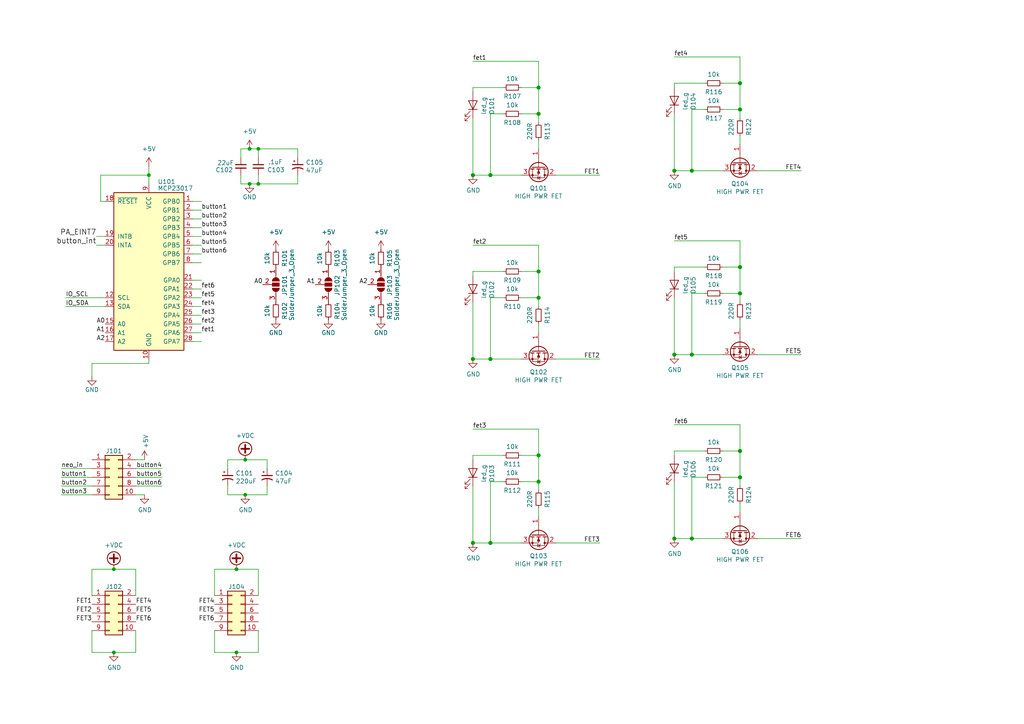
<source format=kicad_sch>
(kicad_sch (version 20231120) (generator "eeschema") (generator_version "8.0")
  (paper "A4")
  (lib_symbols
    (symbol "Connector:RJ45_Shielded" (pin_names (offset 1.016))
      (property "Reference" "J" (at -5.08 13.97 0))
      (property "Value" "RJ45_Shielded" (at 2.54 13.97 0))
      (symbol "RJ45_Shielded_0_1"
        (polyline (pts (xy -5.08 4.445) (xy -6.35 4.445)))
        (polyline (pts (xy -5.08 5.715) (xy -6.35 5.715)))
        (polyline (pts (xy -6.35 -3.175) (xy -5.08 -3.175) (xy -5.08 -3.175)))
        (polyline (pts (xy -6.35 -1.905) (xy -5.08 -1.905) (xy -5.08 -1.905)))
        (polyline (pts (xy -6.35 -0.635) (xy -5.08 -0.635) (xy -5.08 -0.635)))
        (polyline (pts (xy -6.35 0.635) (xy -5.08 0.635) (xy -5.08 0.635)))
        (polyline (pts (xy -6.35 1.905) (xy -5.08 1.905) (xy -5.08 1.905)))
        (polyline (pts (xy -5.08 3.175) (xy -6.35 3.175) (xy -6.35 3.175)))
        (polyline (pts (xy -6.35 -4.445) (xy -6.35 6.985) (xy 3.81 6.985) (xy 3.81 4.445) (xy 5.08 4.445) (xy 5.08 3.175) (xy 6.35 3.175) (xy 6.35 -0.635) (xy 5.08 -0.635) (xy 5.08 -1.905) (xy 3.81 -1.905) (xy 3.81 -4.445) (xy -6.35 -4.445) (xy -6.35 -4.445)))
        (rectangle (start 7.62 12.7) (end -7.62 -10.16) (stroke (width 0.254)) (fill (type background)))
      )
      (symbol "RJ45_Shielded_1_1"
        (pin passive line (at 10.16 -7.62 180) (length 2.54) (name "~") (number "1"))
        (pin passive line (at 10.16 -5.08 180) (length 2.54) (name "~") (number "2"))
        (pin passive line (at 10.16 -2.54 180) (length 2.54) (name "~") (number "3"))
        (pin passive line (at 10.16 0 180) (length 2.54) (name "~") (number "4"))
        (pin passive line (at 10.16 2.54 180) (length 2.54) (name "~") (number "5"))
        (pin passive line (at 10.16 5.08 180) (length 2.54) (name "~") (number "6"))
        (pin passive line (at 10.16 7.62 180) (length 2.54) (name "~") (number "7"))
        (pin passive line (at 10.16 10.16 180) (length 2.54) (name "~") (number "8"))
        (pin passive line (at 0 -12.7 90) (length 2.54) (name "~") (number "SH"))
      )
    )
    (symbol "Device:CP1_Small" (pin_numbers hide) (pin_names (offset 0.254) hide)
      (property "Reference" "C" (at 0.254 1.778 0))
      (property "Value" "CP1_Small" (at 0.254 -2.032 0))
      (symbol "CP1_Small_0_1"
        (polyline (pts (xy -1.524 0.508) (xy 1.524 0.508)) (stroke (width 0.3048)))
        (polyline (pts (xy -1.27 1.524) (xy -0.762 1.524)))
        (polyline (pts (xy -1.016 1.27) (xy -1.016 1.778)))
        (arc (start 1.524 -0.762) (mid 0 -0.3734) (end -1.524 -0.762) (stroke (width 0.3048)))
      )
      (symbol "CP1_Small_1_1"
        (pin passive line (at 0 2.54 270) (length 2.032) (name "~") (number "1"))
        (pin passive line (at 0 -2.54 90) (length 2.032) (name "~") (number "2"))
      )
    )
    (symbol "Device:C_Small" (pin_numbers hide) (pin_names (offset 0.254) hide)
      (property "Reference" "C" (at 0.254 1.778 0))
      (property "Value" "C_Small" (at 0.254 -2.032 0))
      (symbol "C_Small_0_1"
        (polyline (pts (xy -1.524 -0.508) (xy 1.524 -0.508)) (stroke (width 0.3302)))
        (polyline (pts (xy -1.524 0.508) (xy 1.524 0.508)) (stroke (width 0.3048)))
      )
      (symbol "C_Small_1_1"
        (pin passive line (at 0 2.54 270) (length 2.032) (name "~") (number "1"))
        (pin passive line (at 0 -2.54 90) (length 2.032) (name "~") (number "2"))
      )
    )
    (symbol "Device:LED" (pin_numbers hide) (pin_names (offset 1.016) hide)
      (property "Reference" "D" (at 0 2.54 0))
      (property "Value" "LED" (at 0 -2.54 0))
      (symbol "LED_0_1"
        (polyline (pts (xy -1.27 -1.27) (xy -1.27 1.27)) (stroke (width 0.2032)))
        (polyline (pts (xy -1.27 0) (xy 1.27 0)))
        (polyline (pts (xy 1.27 -1.27) (xy 1.27 1.27) (xy -1.27 0) (xy 1.27 -1.27)) (stroke (width 0.2032)))
        (polyline (pts (xy -3.048 -0.762) (xy -4.572 -2.286) (xy -3.81 -2.286) (xy -4.572 -2.286) (xy -4.572 -1.524)))
        (polyline (pts (xy -1.778 -0.762) (xy -3.302 -2.286) (xy -2.54 -2.286) (xy -3.302 -2.286) (xy -3.302 -1.524)))
      )
      (symbol "LED_1_1"
        (pin passive line (at -3.81 0 0) (length 2.54) (name "K") (number "1"))
        (pin passive line (at 3.81 0 180) (length 2.54) (name "A") (number "2"))
      )
    )
    (symbol "Device:Q_NMOS_GDS" (pin_names (offset 0) hide)
      (property "Reference" "Q" (at 5.08 1.27 0))
      (property "Value" "Q_NMOS_GDS" (at 5.08 -1.27 0))
      (symbol "Q_NMOS_GDS_0_1"
        (polyline (pts (xy 0.254 0) (xy -2.54 0)))
        (polyline (pts (xy 0.254 1.905) (xy 0.254 -1.905)) (stroke (width 0.254)))
        (polyline (pts (xy 0.762 -1.27) (xy 0.762 -2.286)) (stroke (width 0.254)))
        (polyline (pts (xy 0.762 0.508) (xy 0.762 -0.508)) (stroke (width 0.254)))
        (polyline (pts (xy 0.762 2.286) (xy 0.762 1.27)) (stroke (width 0.254)))
        (polyline (pts (xy 2.54 2.54) (xy 2.54 1.778)))
        (polyline (pts (xy 2.54 -2.54) (xy 2.54 0) (xy 0.762 0)))
        (polyline (pts (xy 0.762 -1.778) (xy 3.302 -1.778) (xy 3.302 1.778) (xy 0.762 1.778)))
        (polyline (pts (xy 1.016 0) (xy 2.032 0.381) (xy 2.032 -0.381) (xy 1.016 0)) (fill (type outline)))
        (polyline (pts (xy 2.794 0.508) (xy 2.921 0.381) (xy 3.683 0.381) (xy 3.81 0.254)))
        (polyline (pts (xy 3.302 0.381) (xy 2.921 -0.254) (xy 3.683 -0.254) (xy 3.302 0.381)))
        (circle (center 1.651 0) (radius 2.794) (stroke (width 0.254)))
        (circle (center 2.54 -1.778) (radius 0.254) (fill (type outline)))
        (circle (center 2.54 1.778) (radius 0.254) (fill (type outline)))
      )
      (symbol "Q_NMOS_GDS_1_1"
        (pin input line (at -5.08 0 0) (length 2.54) (name "G") (number "1"))
        (pin passive line (at 2.54 5.08 270) (length 2.54) (name "D") (number "2"))
        (pin passive line (at 2.54 -5.08 90) (length 2.54) (name "S") (number "3"))
      )
    )
    (symbol "Device:R_Small" (pin_numbers hide) (pin_names (offset 0.254) hide)
      (property "Reference" "R" (at 0.762 0.508 0))
      (property "Value" "R_Small" (at 0.762 -1.016 0))
      (symbol "R_Small_0_1"
        (rectangle (start -0.762 1.778) (end 0.762 -1.778) (stroke (width 0.2032)))
      )
      (symbol "R_Small_1_1"
        (pin passive line (at 0 2.54 270) (length 0.762) (name "~") (number "1"))
        (pin passive line (at 0 -2.54 90) (length 0.762) (name "~") (number "2"))
      )
    )
    (symbol "Jumper:SolderJumper_3_Open" (pin_names (offset 0) hide)
      (property "Reference" "JP" (at -2.54 -2.54 0))
      (property "Value" "SolderJumper_3_Open" (at 0 2.794 0))
      (symbol "SolderJumper_3_Open_0_1"
        (arc (start -1.016 1.016) (mid -2.0275 0) (end -1.016 -1.016))
        (arc (start -1.016 1.016) (mid -2.0275 0) (end -1.016 -1.016) (fill (type outline)))
        (rectangle (start -0.508 1.016) (end 0.508 -1.016) (fill (type outline)))
        (polyline (pts (xy -2.54 0) (xy -2.032 0)))
        (polyline (pts (xy -1.016 1.016) (xy -1.016 -1.016)))
        (polyline (pts (xy 0 -1.27) (xy 0 -1.016)))
        (polyline (pts (xy 1.016 1.016) (xy 1.016 -1.016)))
        (polyline (pts (xy 2.54 0) (xy 2.032 0)))
        (arc (start 1.016 -1.016) (mid 2.0275 0) (end 1.016 1.016))
        (arc (start 1.016 -1.016) (mid 2.0275 0) (end 1.016 1.016) (fill (type outline)))
      )
      (symbol "SolderJumper_3_Open_1_1"
        (pin passive line (at -5.08 0 0) (length 2.54) (name "A") (number "1"))
        (pin input line (at 0 -3.81 90) (length 2.54) (name "C") (number "2"))
        (pin passive line (at 5.08 0 180) (length 2.54) (name "B") (number "3"))
      )
    )
    (symbol "power:+5V" (power) (pin_names (offset 0))
      (property "Value" "+5V" (at 0 3.556 0))
      (symbol "+5V_0_1"
        (polyline (pts (xy -0.762 1.27) (xy 0 2.54)))
        (polyline (pts (xy 0 0) (xy 0 2.54)))
        (polyline (pts (xy 0 2.54) (xy 0.762 1.27)))
      )
      (symbol "+5V_1_1"
        (pin power_in line (at 0 0 90) (length 0) hide (name "+5V") (number "1"))
      )
    )
    (symbol "power:+VDC" (power) (pin_names (offset 0))
      (property "Value" "+VDC" (at 0 6.35 0))
      (symbol "+VDC_0_1"
        (polyline (pts (xy -1.143 3.175) (xy 1.143 3.175)) (stroke (width 0.508)))
        (polyline (pts (xy 0 0) (xy 0 1.27)))
        (polyline (pts (xy 0 2.032) (xy 0 4.318)) (stroke (width 0.508)))
        (circle (center 0 3.175) (radius 1.905) (stroke (width 0.254)))
      )
      (symbol "+VDC_1_1"
        (pin power_in line (at 0 0 90) (length 0) hide (name "+VDC") (number "1"))
      )
    )
    (symbol "power:GND" (power) (pin_names (offset 0))
      (property "Value" "GND" (at 0 -3.81 0))
      (symbol "GND_0_1"
        (polyline (pts (xy 0 0) (xy 0 -1.27) (xy 1.27 -1.27) (xy 0 -2.54) (xy -1.27 -1.27) (xy 0 -1.27)))
      )
      (symbol "GND_1_1"
        (pin power_in line (at 0 0 270) (length 0) hide (name "GND") (number "1"))
      )
    )
    (symbol "rte:MCP23017" (pin_names (offset 1.016))
      (property "Reference" "U" (at -2.54 26.035 0))
      (property "Value" "MCP23017" (at -2.54 24.13 0))
      (symbol "MCP23017_0_1"
        (rectangle (start -10.16 22.86) (end 10.16 -22.86) (stroke (width 0.254)) (fill (type background)))
      )
      (symbol "MCP23017_1_1"
        (pin bidirectional line (at -12.7 20.32 0) (length 2.54) (name "GPB0") (number "1"))
        (pin power_in line (at 0 -25.4 90) (length 2.54) (name "GND") (number "10"))
        (pin input line (at 12.7 -7.62 180) (length 2.54) (name "SCL") (number "12"))
        (pin bidirectional line (at 12.7 -10.16 180) (length 2.54) (name "SDA") (number "13"))
        (pin input line (at 12.7 -15.24 180) (length 2.54) (name "A0") (number "15"))
        (pin input line (at 12.7 -17.78 180) (length 2.54) (name "A1") (number "16"))
        (pin input line (at 12.7 -20.32 180) (length 2.54) (name "A2") (number "17"))
        (pin input line (at 12.7 20.32 180) (length 2.54) (name "~{RESET}") (number "18"))
        (pin output line (at 12.7 10.16 180) (length 2.54) (name "INTB") (number "19"))
        (pin bidirectional line (at -12.7 17.78 0) (length 2.54) (name "GPB1") (number "2"))
        (pin output line (at 12.7 7.62 180) (length 2.54) (name "INTA") (number "20"))
        (pin bidirectional line (at -12.7 -2.54 0) (length 2.54) (name "GPA0") (number "21"))
        (pin bidirectional line (at -12.7 -5.08 0) (length 2.54) (name "GPA1") (number "22"))
        (pin bidirectional line (at -12.7 -7.62 0) (length 2.54) (name "GPA2") (number "23"))
        (pin bidirectional line (at -12.7 -10.16 0) (length 2.54) (name "GPA3") (number "24"))
        (pin bidirectional line (at -12.7 -12.7 0) (length 2.54) (name "GPA4") (number "25"))
        (pin bidirectional line (at -12.7 -15.24 0) (length 2.54) (name "GPA5") (number "26"))
        (pin bidirectional line (at -12.7 -17.78 0) (length 2.54) (name "GPA6") (number "27"))
        (pin bidirectional line (at -12.7 -20.32 0) (length 2.54) (name "GPA7") (number "28"))
        (pin bidirectional line (at -12.7 15.24 0) (length 2.54) (name "GPB2") (number "3"))
        (pin bidirectional line (at -12.7 12.7 0) (length 2.54) (name "GPB3") (number "4"))
        (pin bidirectional line (at -12.7 10.16 0) (length 2.54) (name "GPB4") (number "5"))
        (pin bidirectional line (at -12.7 7.62 0) (length 2.54) (name "GPB5") (number "6"))
        (pin bidirectional line (at -12.7 5.08 0) (length 2.54) (name "GPB6") (number "7"))
        (pin bidirectional line (at -12.7 2.54 0) (length 2.54) (name "GPB7") (number "8"))
        (pin power_in line (at 0 25.4 270) (length 2.54) (name "VCC") (number "9"))
      )
    )
    (symbol "unRamps-rescue:Conn_02x05_Odd_Even-conn" (pin_names (offset 1.016) hide)
      (property "Reference" "J" (at 1.27 7.62 0))
      (property "Value" "Conn_02x05_Odd_Even-conn" (at 1.27 -7.62 0))
      (symbol "Conn_02x05_Odd_Even-conn_1_1"
        (rectangle (start -1.27 -4.953) (end 0 -5.207) (stroke (width 0.1524)))
        (rectangle (start -1.27 -2.413) (end 0 -2.667) (stroke (width 0.1524)))
        (rectangle (start -1.27 0.127) (end 0 -0.127) (stroke (width 0.1524)))
        (rectangle (start -1.27 2.667) (end 0 2.413) (stroke (width 0.1524)))
        (rectangle (start -1.27 5.207) (end 0 4.953) (stroke (width 0.1524)))
        (rectangle (start -1.27 6.35) (end 3.81 -6.35) (stroke (width 0.254)) (fill (type background)))
        (rectangle (start 3.81 -4.953) (end 2.54 -5.207) (stroke (width 0.1524)))
        (rectangle (start 3.81 -2.413) (end 2.54 -2.667) (stroke (width 0.1524)))
        (rectangle (start 3.81 0.127) (end 2.54 -0.127) (stroke (width 0.1524)))
        (rectangle (start 3.81 2.667) (end 2.54 2.413) (stroke (width 0.1524)))
        (rectangle (start 3.81 5.207) (end 2.54 4.953) (stroke (width 0.1524)))
        (pin passive line (at -5.08 5.08 0) (length 3.81) (name "Pin_1") (number "1"))
        (pin passive line (at 7.62 -5.08 180) (length 3.81) (name "Pin_10") (number "10"))
        (pin passive line (at 7.62 5.08 180) (length 3.81) (name "Pin_2") (number "2"))
        (pin passive line (at -5.08 2.54 0) (length 3.81) (name "Pin_3") (number "3"))
        (pin passive line (at 7.62 2.54 180) (length 3.81) (name "Pin_4") (number "4"))
        (pin passive line (at -5.08 0 0) (length 3.81) (name "Pin_5") (number "5"))
        (pin passive line (at 7.62 0 180) (length 3.81) (name "Pin_6") (number "6"))
        (pin passive line (at -5.08 -2.54 0) (length 3.81) (name "Pin_7") (number "7"))
        (pin passive line (at 7.62 -2.54 180) (length 3.81) (name "Pin_8") (number "8"))
        (pin passive line (at -5.08 -5.08 0) (length 3.81) (name "Pin_9") (number "9"))
      )
    )
  )
  (junction (at 214.63 130.81) (diameter 1.016))
  (junction (at 214.63 85.09) (diameter 1.016))
  (junction (at 137.16 50.8) (diameter 1.016))
  (junction (at 200.66 102.87) (diameter 1.016))
  (junction (at 214.63 77.47) (diameter 1.016))
  (junction (at 156.21 25.4) (diameter 1.016))
  (junction (at 68.58 165.1))
  (junction (at 214.63 24.13) (diameter 1.016))
  (junction (at 68.58 189.23))
  (junction (at 74.93 43.18))
  (junction (at 137.16 104.14) (diameter 1.016))
  (junction (at 200.66 49.53) (diameter 1.016))
  (junction (at 156.21 132.08) (diameter 1.016))
  (junction (at 74.93 53.34))
  (junction (at 156.21 78.74) (diameter 1.016))
  (junction (at 137.16 157.48) (diameter 1.016))
  (junction (at 200.66 156.21) (diameter 1.016))
  (junction (at 156.21 86.36) (diameter 1.016))
  (junction (at 33.02 165.1))
  (junction (at 214.63 31.75) (diameter 1.016))
  (junction (at 72.39 53.34))
  (junction (at 142.24 104.14) (diameter 1.016))
  (junction (at 214.63 138.43) (diameter 1.016))
  (junction (at 195.58 102.87) (diameter 1.016))
  (junction (at 156.21 139.7) (diameter 1.016))
  (junction (at 72.39 43.18))
  (junction (at 156.21 33.02) (diameter 1.016))
  (junction (at 142.24 157.48) (diameter 1.016))
  (junction (at 71.12 133.35))
  (junction (at 195.58 156.21) (diameter 1.016))
  (junction (at 43.18 50.8))
  (junction (at 142.24 50.8) (diameter 1.016))
  (junction (at 33.02 189.23))
  (junction (at 195.58 49.53) (diameter 1.016))
  (junction (at 71.12 143.51))
  (junction (at 76.2 -8.89))
  (wire (pts (xy 214.63 77.47) (xy 214.63 69.85)))
  (wire (pts (xy 69.85 45.72) (xy 69.85 43.18)))
  (wire (pts (xy 76.2 -24.13) (xy 76.2 -8.89)))
  (wire (pts (xy 71.12 133.35) (xy 77.47 133.35)))
  (wire (pts (xy 69.85 53.34) (xy 72.39 53.34)))
  (wire (pts (xy 195.58 102.87) (xy 200.66 102.87)))
  (wire (pts (xy 204.47 31.75) (xy 200.66 31.75)))
  (wire (pts (xy 69.85 50.8) (xy 69.85 53.34)))
  (wire (pts (xy 62.23 165.1) (xy 62.23 172.72)))
  (wire (pts (xy 53.34 -26.67) (xy 53.34 -29.21)))
  (wire (pts (xy 49.53 -8.89) (xy 76.2 -8.89)))
  (wire (pts (xy 151.13 86.36) (xy 156.21 86.36)))
  (wire (pts (xy 137.16 140.97) (xy 137.16 157.48)))
  (wire (pts (xy 209.55 138.43) (xy 214.63 138.43)))
  (wire (pts (xy 55.88 60.96) (xy 58.42 60.96)))
  (wire (pts (xy 200.66 85.09) (xy 200.66 102.87)))
  (wire (pts (xy 72.39 53.34) (xy 74.93 53.34)))
  (wire (pts (xy 74.93 50.8) (xy 74.93 53.34)))
  (wire (pts (xy 69.85 43.18) (xy 72.39 43.18)))
  (wire (pts (xy 39.37 -36.83) (xy 39.37 -31.75)))
  (wire (pts (xy 33.02 189.23) (xy 39.37 189.23)))
  (wire (pts (xy 209.55 31.75) (xy 214.63 31.75)))
  (wire (pts (xy 151.13 33.02) (xy 156.21 33.02)))
  (wire (pts (xy 195.58 139.7) (xy 195.58 156.21)))
  (wire (pts (xy 74.93 165.1) (xy 74.93 172.72)))
  (wire (pts (xy 39.37 140.97) (xy 46.99 140.97)))
  (wire (pts (xy 17.78 143.51) (xy 26.67 143.51)))
  (wire (pts (xy 137.16 87.63) (xy 137.16 104.14)))
  (wire (pts (xy 214.63 148.59) (xy 214.63 146.05)))
  (wire (pts (xy 55.88 66.04) (xy 58.42 66.04)))
  (wire (pts (xy 156.21 25.4) (xy 156.21 17.78)))
  (wire (pts (xy 156.21 78.74) (xy 156.21 86.36)))
  (wire (pts (xy 29.21 50.8) (xy 43.18 50.8)))
  (wire (pts (xy 204.47 138.43) (xy 200.66 138.43)))
  (wire (pts (xy 200.66 102.87) (xy 209.55 102.87)))
  (wire (pts (xy 58.42 99.06) (xy 55.88 99.06)))
  (wire (pts (xy 156.21 142.24) (xy 156.21 139.7)))
  (wire (pts (xy 214.63 24.13) (xy 214.63 16.51)))
  (wire (pts (xy 204.47 77.47) (xy 195.58 77.47)))
  (wire (pts (xy 17.78 138.43) (xy 26.67 138.43)))
  (wire (pts (xy 66.04 135.89) (xy 66.04 133.35)))
  (wire (pts (xy 142.24 50.8) (xy 151.13 50.8)))
  (wire (pts (xy 55.88 86.36) (xy 58.42 86.36)))
  (wire (pts (xy 49.53 -16.51) (xy 62.23 -16.51)))
  (wire (pts (xy 66.04 143.51) (xy 71.12 143.51)))
  (wire (pts (xy 142.24 104.14) (xy 151.13 104.14)))
  (wire (pts (xy 161.29 50.8) (xy 173.99 50.8)))
  (wire (pts (xy 151.13 78.74) (xy 156.21 78.74)))
  (wire (pts (xy 195.58 24.13) (xy 195.58 25.4)))
  (wire (pts (xy 146.05 25.4) (xy 137.16 25.4)))
  (wire (pts (xy 39.37 189.23) (xy 39.37 182.88)))
  (wire (pts (xy 142.24 139.7) (xy 142.24 157.48)))
  (wire (pts (xy 62.23 182.88) (xy 62.23 189.23)))
  (wire (pts (xy 137.16 104.14) (xy 142.24 104.14)))
  (wire (pts (xy 26.67 165.1) (xy 26.67 172.72)))
  (wire (pts (xy 204.47 24.13) (xy 195.58 24.13)))
  (wire (pts (xy 214.63 123.19) (xy 195.58 123.19)))
  (wire (pts (xy 156.21 124.46) (xy 137.16 124.46)))
  (wire (pts (xy 214.63 69.85) (xy 195.58 69.85)))
  (wire (pts (xy 29.21 58.42) (xy 29.21 50.8)))
  (wire (pts (xy 55.88 96.52) (xy 58.42 96.52)))
  (wire (pts (xy 200.66 49.53) (xy 209.55 49.53)))
  (wire (pts (xy 39.37 133.35) (xy 41.91 133.35)))
  (wire (pts (xy 19.05 86.36) (xy 30.48 86.36)))
  (wire (pts (xy 68.58 165.1) (xy 62.23 165.1)))
  (wire (pts (xy 39.37 165.1) (xy 39.37 172.72)))
  (wire (pts (xy 29.21 58.42) (xy 30.48 58.42)))
  (wire (pts (xy 156.21 149.86) (xy 156.21 147.32)))
  (wire (pts (xy 17.78 140.97) (xy 26.67 140.97)))
  (wire (pts (xy 27.94 71.12) (xy 30.48 71.12)))
  (wire (pts (xy 200.66 156.21) (xy 209.55 156.21)))
  (wire (pts (xy 156.21 96.52) (xy 156.21 93.98)))
  (wire (pts (xy 76.2 -8.89) (xy 81.28 -8.89)))
  (wire (pts (xy 156.21 88.9) (xy 156.21 86.36)))
  (wire (pts (xy 214.63 16.51) (xy 195.58 16.51)))
  (wire (pts (xy 209.55 77.47) (xy 214.63 77.47)))
  (wire (pts (xy 71.12 143.51) (xy 77.47 143.51)))
  (wire (pts (xy 49.53 -21.59) (xy 62.23 -21.59)))
  (wire (pts (xy 55.88 63.5) (xy 58.42 63.5)))
  (wire (pts (xy 156.21 78.74) (xy 156.21 71.12)))
  (wire (pts (xy 195.58 77.47) (xy 195.58 78.74)))
  (wire (pts (xy 26.67 189.23) (xy 33.02 189.23)))
  (wire (pts (xy 26.67 105.41) (xy 43.18 105.41)))
  (wire (pts (xy 195.58 86.36) (xy 195.58 102.87)))
  (wire (pts (xy 156.21 71.12) (xy 137.16 71.12)))
  (wire (pts (xy 146.05 33.02) (xy 142.24 33.02)))
  (wire (pts (xy 161.29 104.14) (xy 173.99 104.14)))
  (wire (pts (xy 19.05 88.9) (xy 30.48 88.9)))
  (wire (pts (xy 74.93 43.18) (xy 74.93 45.72)))
  (wire (pts (xy 68.58 165.1) (xy 74.93 165.1)))
  (wire (pts (xy 49.53 -26.67) (xy 53.34 -26.67)))
  (wire (pts (xy 146.05 132.08) (xy 137.16 132.08)))
  (wire (pts (xy 86.36 43.18) (xy 86.36 45.72)))
  (wire (pts (xy 58.42 83.82) (xy 55.88 83.82)))
  (wire (pts (xy 214.63 130.81) (xy 214.63 123.19)))
  (wire (pts (xy 66.04 133.35) (xy 71.12 133.35)))
  (wire (pts (xy 156.21 43.18) (xy 156.21 40.64)))
  (wire (pts (xy 209.55 85.09) (xy 214.63 85.09)))
  (wire (pts (xy 39.37 143.51) (xy 41.91 143.51)))
  (wire (pts (xy 77.47 133.35) (xy 77.47 135.89)))
  (wire (pts (xy 137.16 50.8) (xy 142.24 50.8)))
  (wire (pts (xy 17.78 135.89) (xy 26.67 135.89)))
  (wire (pts (xy 146.05 86.36) (xy 142.24 86.36)))
  (wire (pts (xy 214.63 95.25) (xy 214.63 92.71)))
  (wire (pts (xy 77.47 140.97) (xy 77.47 143.51)))
  (wire (pts (xy 151.13 132.08) (xy 156.21 132.08)))
  (wire (pts (xy 214.63 34.29) (xy 214.63 31.75)))
  (wire (pts (xy 33.02 165.1) (xy 39.37 165.1)))
  (wire (pts (xy 62.23 189.23) (xy 68.58 189.23)))
  (wire (pts (xy 214.63 87.63) (xy 214.63 85.09)))
  (wire (pts (xy 195.58 130.81) (xy 195.58 132.08)))
  (wire (pts (xy 137.16 157.48) (xy 142.24 157.48)))
  (wire (pts (xy 55.88 71.12) (xy 58.42 71.12)))
  (wire (pts (xy 39.37 135.89) (xy 46.99 135.89)))
  (wire (pts (xy 142.24 86.36) (xy 142.24 104.14)))
  (wire (pts (xy 214.63 77.47) (xy 214.63 85.09)))
  (wire (pts (xy 43.18 105.41) (xy 43.18 104.14)))
  (wire (pts (xy 49.53 -19.05) (xy 62.23 -19.05)))
  (wire (pts (xy 68.58 189.23) (xy 74.93 189.23)))
  (wire (pts (xy 209.55 24.13) (xy 214.63 24.13)))
  (wire (pts (xy 55.88 58.42) (xy 58.42 58.42)))
  (wire (pts (xy 55.88 81.28) (xy 58.42 81.28)))
  (wire (pts (xy 43.18 50.8) (xy 43.18 53.34)))
  (wire (pts (xy 66.04 140.97) (xy 66.04 143.51)))
  (wire (pts (xy 214.63 24.13) (xy 214.63 31.75)))
  (wire (pts (xy 137.16 132.08) (xy 137.16 133.35)))
  (wire (pts (xy 58.42 93.98) (xy 55.88 93.98)))
  (wire (pts (xy 204.47 130.81) (xy 195.58 130.81)))
  (wire (pts (xy 195.58 49.53) (xy 200.66 49.53)))
  (wire (pts (xy 72.39 43.18) (xy 74.93 43.18)))
  (wire (pts (xy 146.05 78.74) (xy 137.16 78.74)))
  (wire (pts (xy 156.21 25.4) (xy 156.21 33.02)))
  (wire (pts (xy 49.53 -24.13) (xy 76.2 -24.13)))
  (wire (pts (xy 86.36 53.34) (xy 86.36 50.8)))
  (wire (pts (xy 156.21 132.08) (xy 156.21 139.7)))
  (wire (pts (xy 137.16 78.74) (xy 137.16 80.01)))
  (wire (pts (xy 55.88 73.66) (xy 58.42 73.66)))
  (wire (pts (xy 55.88 76.2) (xy 58.42 76.2)))
  (wire (pts (xy 58.42 88.9) (xy 55.88 88.9)))
  (wire (pts (xy 26.67 105.41) (xy 26.67 109.22)))
  (wire (pts (xy 142.24 157.48) (xy 151.13 157.48)))
  (wire (pts (xy 49.53 -13.97) (xy 62.23 -13.97)))
  (wire (pts (xy 151.13 139.7) (xy 156.21 139.7)))
  (wire (pts (xy 214.63 130.81) (xy 214.63 138.43)))
  (wire (pts (xy 146.05 139.7) (xy 142.24 139.7)))
  (wire (pts (xy 209.55 130.81) (xy 214.63 130.81)))
  (wire (pts (xy 81.28 -8.89) (xy 81.28 -6.35)))
  (wire (pts (xy 137.16 34.29) (xy 137.16 50.8)))
  (wire (pts (xy 204.47 85.09) (xy 200.66 85.09)))
  (wire (pts (xy 156.21 17.78) (xy 137.16 17.78)))
  (wire (pts (xy 74.93 53.34) (xy 86.36 53.34)))
  (wire (pts (xy 156.21 132.08) (xy 156.21 124.46)))
  (wire (pts (xy 219.71 49.53) (xy 232.41 49.53)))
  (wire (pts (xy 200.66 138.43) (xy 200.66 156.21)))
  (wire (pts (xy 156.21 35.56) (xy 156.21 33.02)))
  (wire (pts (xy 39.37 138.43) (xy 46.99 138.43)))
  (wire (pts (xy 43.18 48.26) (xy 43.18 50.8)))
  (wire (pts (xy 74.93 189.23) (xy 74.93 182.88)))
  (wire (pts (xy 219.71 102.87) (xy 232.41 102.87)))
  (wire (pts (xy 55.88 68.58) (xy 58.42 68.58)))
  (wire (pts (xy 55.88 91.44) (xy 58.42 91.44)))
  (wire (pts (xy 214.63 41.91) (xy 214.63 39.37)))
  (wire (pts (xy 137.16 25.4) (xy 137.16 26.67)))
  (wire (pts (xy 29.21 -36.83) (xy 39.37 -36.83)))
  (wire (pts (xy 161.29 157.48) (xy 173.99 157.48)))
  (wire (pts (xy 142.24 33.02) (xy 142.24 50.8)))
  (wire (pts (xy 26.67 182.88) (xy 26.67 189.23)))
  (wire (pts (xy 195.58 33.02) (xy 195.58 49.53)))
  (wire (pts (xy 74.93 43.18) (xy 86.36 43.18)))
  (wire (pts (xy 27.94 68.58) (xy 30.48 68.58)))
  (wire (pts (xy 200.66 31.75) (xy 200.66 49.53)))
  (wire (pts (xy 33.02 165.1) (xy 26.67 165.1)))
  (wire (pts (xy 151.13 25.4) (xy 156.21 25.4)))
  (wire (pts (xy 214.63 140.97) (xy 214.63 138.43)))
  (wire (pts (xy 219.71 156.21) (xy 232.41 156.21)))
  (wire (pts (xy 49.53 -11.43) (xy 68.58 -11.43)))
  (wire (pts (xy 195.58 156.21) (xy 200.66 156.21)))
  (label "button4" (at 58.42 68.58 0))
  (label "IO_SCL" (at 19.05 86.36 0))
  (label "button_int" (at 27.94 71.12 180) (effects (font (size 1.524 1.524))))
  (label "A2" (at 106.68 82.55 180))
  (label "FET3" (at 173.99 157.48 180))
  (label "button2" (at 17.78 140.97 0))
  (label "fet6" (at 58.42 83.82 0))
  (label "button3" (at 58.42 66.04 0))
  (label "FET6" (at 62.23 180.34 180))
  (label "FET3" (at 26.67 180.34 180))
  (label "IO_SDA" (at 62.23 -16.51 180))
  (label "fet1" (at 137.16 17.78 0))
  (label "IO_SCL" (at 62.23 -13.97 180))
  (label "fet1" (at 58.42 96.52 0))
  (label "fet3" (at 58.42 91.44 0))
  (label "button1" (at 58.42 60.96 0))
  (label "FET1" (at 173.99 50.8 180))
  (label "A0" (at 76.2 82.55 180))
  (label "button6" (at 46.99 140.97 180))
  (label "FET4" (at 62.23 175.26 180))
  (label "button1" (at 17.78 138.43 0))
  (label "fet2" (at 137.16 71.12 0))
  (label "FET4" (at 39.37 175.26 0))
  (label "fet4" (at 58.42 88.9 0))
  (label "button4" (at 46.99 135.89 180))
  (label "fet2" (at 58.42 93.98 0))
  (label "IO_SDA" (at 19.05 88.9 0))
  (label "fet5" (at 58.42 86.36 0))
  (label "button6" (at 58.42 73.66 0))
  (label "A2" (at 30.48 99.06 180))
  (label "fet3" (at 137.16 124.46 0))
  (label "fet6" (at 195.58 123.19 0))
  (label "neo_in" (at 62.23 -19.05 180))
  (label "fet4" (at 195.58 16.51 0))
  (label "FET5" (at 62.23 177.8 180))
  (label "PA_EINT7" (at 27.94 68.58 180) (effects (font (size 1.524 1.524))))
  (label "button5" (at 58.42 71.12 0))
  (label "A0" (at 30.48 93.98 180))
  (label "button5" (at 46.99 138.43 180))
  (label "A1" (at 30.48 96.52 180))
  (label "fet5" (at 195.58 69.85 0))
  (label "FET4" (at 232.41 49.53 180))
  (label "A1" (at 91.44 82.55 180))
  (label "button2" (at 58.42 63.5 0))
  (label "button_int" (at 62.23 -21.59 180) (effects (font (size 1.524 1.524))))
  (label "FET2" (at 26.67 177.8 180))
  (label "FET1" (at 26.67 175.26 180))
  (label "neo_in" (at 17.78 135.89 0))
  (label "FET2" (at 173.99 104.14 180))
  (label "FET6" (at 232.41 156.21 180))
  (label "FET5" (at 39.37 177.8 0))
  (label "FET6" (at 39.37 180.34 0))
  (label "FET5" (at 232.41 102.87 180))
  (label "button3" (at 17.78 143.51 0))
  (symbol (lib_id "power:GND") (at 195.58 156.21 0) (unit 1)
    (property "Reference" "#PWR0128" (effects (hide yes)))
    (property "Value" "GND" (at 195.707 160.6042 0))
  )
  (symbol (lib_id "Device:LED") (at 137.16 83.82 270) (mirror x) (unit 1)
    (property "Reference" "D102" (at 142.6464 83.9978 0))
    (property "Value" "led_g" (at 140.335 83.9978 0))
    (property "Footprint" "LED_SMD:LED_0603_1608Metric" (effects (hide yes)))
  )
  (symbol (lib_id "power:GND") (at 29.21 -36.83 0) (unit 1)
    (property "Reference" "#PWR0102" (effects (hide yes)))
    (property "Value" "GND" (at 29.337 -32.4358 0))
  )
  (symbol (lib_id "Jumper:SolderJumper_3_Open") (at 110.49 82.55 270) (unit 1)
    (property "Reference" "JP103" (at 113.03 79.756 0) (effects (justify left)))
    (property "Value" "SolderJumper_3_Open" (at 115.062 72.136 0) (effects (justify left)))
    (property "Footprint" "Jumper:SolderJumper-3_P1.3mm_Open_RoundedPad1.0x1.5mm" (effects (hide yes)))
    (property "Description" "Solder Jumper, 3-pole, open" (effects (hide yes)))
  )
  (symbol (lib_id "Device:LED") (at 195.58 29.21 270) (mirror x) (unit 1)
    (property "Reference" "D104" (at 201.0664 29.3878 0))
    (property "Value" "led_g" (at 198.755 29.3878 0))
    (property "Footprint" "LED_SMD:LED_0603_1608Metric" (effects (hide yes)))
  )
  (symbol (lib_id "power:GND") (at 80.01 92.71 0) (unit 1)
    (property "Reference" "#PWR0117" (effects (hide yes)))
    (property "Value" "GND" (at 80.01 96.52 0))
  )
  (symbol (lib_id "Device:R_Small") (at 148.59 139.7 90) (unit 1)
    (property "Reference" "R112" (at 148.59 142.24 90))
    (property "Value" "10k" (at 148.59 137.16 90))
    (property "Footprint" "Resistor_SMD:R_0603_1608Metric" (effects (hide yes)))
  )
  (symbol (lib_id "power:+5V") (at 41.91 133.35 0) (unit 1)
    (property "Reference" "#PWR0105" (effects (hide yes)))
    (property "Value" "+5V" (at 42.291 130.0988 90) (effects (justify left)))
  )
  (symbol (lib_id "Device:LED") (at 137.16 137.16 270) (mirror x) (unit 1)
    (property "Reference" "D103" (at 142.6464 137.3378 0))
    (property "Value" "led_g" (at 140.335 137.3378 0))
    (property "Footprint" "LED_SMD:LED_0603_1608Metric" (effects (hide yes)))
  )
  (symbol (lib_id "power:GND") (at 195.58 102.87 0) (unit 1)
    (property "Reference" "#PWR0127" (effects (hide yes)))
    (property "Value" "GND" (at 195.707 107.2642 0))
  )
  (symbol (lib_id "Device:R_Small") (at 214.63 36.83 180) (unit 1)
    (property "Reference" "R122" (at 217.17 36.83 90))
    (property "Value" "220R" (at 212.09 36.83 90))
    (property "Footprint" "Resistor_SMD:R_0603_1608Metric" (effects (hide yes)))
  )
  (symbol (lib_id "Device:R_Small") (at 95.25 74.93 180) (unit 1)
    (property "Reference" "R103" (at 97.79 74.93 90))
    (property "Value" "10k" (at 92.71 74.93 90))
    (property "Footprint" "Resistor_SMD:R_0603_1608Metric" (effects (hide yes)))
  )
  (symbol (lib_id "Device:CP1_Small") (at 86.36 48.26 0) (unit 1)
    (property "Reference" "C105" (at 88.6714 47.0916 0) (effects (justify left)))
    (property "Value" "47uF" (at 88.6714 49.403 0) (effects (justify left)))
    (property "Footprint" "Capacitor_SMD:CP_Elec_6.3x7.7" (effects (hide yes)))
  )
  (symbol (lib_id "Device:Q_NMOS_GDS") (at 214.63 153.67 270) (unit 1)
    (property "Reference" "Q106" (at 214.63 159.9946 90))
    (property "Value" "HIGH PWR FET" (at 214.63 162.306 90))
    (property "Footprint" "Package_TO_SOT_SMD:SOT-223-3_TabPin2" (effects (hide yes)))
  )
  (symbol (lib_id "power:GND") (at 137.16 104.14 0) (unit 1)
    (property "Reference" "#PWR0124" (effects (hide yes)))
    (property "Value" "GND" (at 137.287 108.5342 0))
  )
  (symbol (lib_id "Device:R_Small") (at 156.21 38.1 180) (unit 1)
    (property "Reference" "R113" (at 158.75 38.1 90))
    (property "Value" "220R" (at 153.67 38.1 90))
    (property "Footprint" "Resistor_SMD:R_0603_1608Metric" (effects (hide yes)))
  )
  (symbol (lib_id "rte:MCP23017") (at 43.18 78.74 0) (mirror y) (unit 1)
    (property "Reference" "U101" (at 45.72 52.705 0) (effects (justify right)))
    (property "Value" "MCP23017" (at 45.72 54.61 0) (effects (justify right)))
    (property "Footprint" "Package_SO:SOIC-28W_7.5x17.9mm_P1.27mm" (effects (hide yes)))
    (property "Datasheet" "http://ww1.microchip.com/downloads/en/devicedoc/20001952c.pdf" (effects (hide yes)))
    (property "Manufacturer" "MICROCHIP TECHNOLOGY" (effects (hide yes)))
    (property "Symbol" "MCP23017-E/SO" (effects (hide yes)))
    (property "Shop link" "https://www.tme.eu/pl/details/mcp23017-e_so/multipleksery-i-przelaczniki-analogowe/microchip-technology/" (effects (hide yes)))
    (property "Alt. manufacturer" "MICROCHIP TECHNOLOGY" (effects (hide yes)))
    (property "Alt. symbol" "MCP23017-E/SO" (effects (hide yes)))
    (property "Alt. shop link" "https://pl.farnell.com/microchip/mcp23017-e-so/16bit-expander-i-o-i2c-i-f-smd/dp/1332087?scope=partnumberlookahead&ost=MCP23017-E%2FSO&searchref=searchlookahead&exaMfpn=true&ddkey=https%3Apl-PL%2FElement14_Poland%2Fw%2Fsearch" (effects (hide yes)))
  )
  (symbol (lib_id "unRamps-rescue:Conn_02x05_Odd_Even-conn") (at 67.31 177.8 0) (unit 1)
    (property "Reference" "J104" (at 68.58 170.18 0))
    (property "Value" "Conn_02x05_Odd_Even" (effects (hide yes)))
    (property "Footprint" "Connector_IDC:IDC-Header_2x05_P2.54mm_Vertical" (effects (hide yes)))
  )
  (symbol (lib_id "Device:R_Small") (at 80.01 90.17 180) (unit 1)
    (property "Reference" "R102" (at 82.55 90.17 90))
    (property "Value" "10k" (at 77.47 90.17 90))
    (property "Footprint" "Resistor_SMD:R_0603_1608Metric" (effects (hide yes)))
  )
  (symbol (lib_id "Device:CP1_Small") (at 77.47 138.43 0) (unit 1)
    (property "Reference" "C104" (at 79.7814 137.2616 0) (effects (justify left)))
    (property "Value" "47uF" (at 79.7814 139.573 0) (effects (justify left)))
    (property "Footprint" "Capacitor_SMD:CP_Elec_6.3x7.7" (effects (hide yes)))
  )
  (symbol (lib_id "Device:LED") (at 137.16 30.48 270) (mirror x) (unit 1)
    (property "Reference" "D101" (at 142.6464 30.6578 0))
    (property "Value" "led_g" (at 140.335 30.6578 0))
    (property "Footprint" "LED_SMD:LED_0603_1608Metric" (effects (hide yes)))
  )
  (symbol (lib_id "Device:R_Small") (at 207.01 31.75 90) (unit 1)
    (property "Reference" "R117" (at 207.01 34.29 90))
    (property "Value" "10k" (at 207.01 29.21 90))
    (property "Footprint" "Resistor_SMD:R_0603_1608Metric" (effects (hide yes)))
  )
  (symbol (lib_id "Jumper:SolderJumper_3_Open") (at 80.01 82.55 270) (unit 1)
    (property "Reference" "JP101" (at 82.55 79.756 0) (effects (justify left)))
    (property "Value" "SolderJumper_3_Open" (at 84.582 72.136 0) (effects (justify left)))
    (property "Footprint" "Jumper:SolderJumper-3_P1.3mm_Open_RoundedPad1.0x1.5mm" (effects (hide yes)))
    (property "Description" "Solder Jumper, 3-pole, open" (effects (hide yes)))
  )
  (symbol (lib_id "Device:Q_NMOS_GDS") (at 214.63 46.99 270) (unit 1)
    (property "Reference" "Q104" (at 214.63 53.3146 90))
    (property "Value" "HIGH PWR FET" (at 214.63 55.626 90))
    (property "Footprint" "Package_TO_SOT_SMD:SOT-223-3_TabPin2" (effects (hide yes)))
  )
  (symbol (lib_id "Device:C_Small") (at 74.93 48.26 0) (unit 1)
    (property "Reference" "C103" (at 77.47 49.276 0) (effects (justify left)))
    (property "Value" ".1uF" (at 77.724 46.99 0) (effects (justify left)))
    (property "Footprint" "Capacitor_SMD:C_0603_1608Metric" (effects (hide yes)))
  )
  (symbol (lib_id "Device:Q_NMOS_GDS") (at 214.63 100.33 270) (unit 1)
    (property "Reference" "Q105" (at 214.63 106.6546 90))
    (property "Value" "HIGH PWR FET" (at 214.63 108.966 90))
    (property "Footprint" "Package_TO_SOT_SMD:SOT-223-3_TabPin2" (effects (hide yes)))
  )
  (symbol (lib_id "Device:R_Small") (at 80.01 74.93 180) (unit 1)
    (property "Reference" "R101" (at 82.55 74.93 90))
    (property "Value" "10k" (at 77.47 74.93 90))
    (property "Footprint" "Resistor_SMD:R_0603_1608Metric" (effects (hide yes)))
  )
  (symbol (lib_id "power:GND") (at 41.91 143.51 0) (unit 1)
    (property "Reference" "#PWR0106" (effects (hide yes)))
    (property "Value" "GND" (at 42.037 147.9042 0))
  )
  (symbol (lib_id "power:GND") (at 195.58 49.53 0) (unit 1)
    (property "Reference" "#PWR0126" (effects (hide yes)))
    (property "Value" "GND" (at 195.707 53.9242 0))
  )
  (symbol (lib_id "Jumper:SolderJumper_3_Open") (at 95.25 82.55 270) (unit 1)
    (property "Reference" "JP102" (at 97.79 79.756 0) (effects (justify left)))
    (property "Value" "SolderJumper_3_Open" (at 99.822 72.136 0) (effects (justify left)))
    (property "Footprint" "Jumper:SolderJumper-3_P1.3mm_Open_RoundedPad1.0x1.5mm" (effects (hide yes)))
    (property "Description" "Solder Jumper, 3-pole, open" (effects (hide yes)))
  )
  (symbol (lib_id "unRamps-rescue:Conn_02x05_Odd_Even-conn") (at 31.75 177.8 0) (unit 1)
    (property "Reference" "J102" (at 33.02 170.18 0))
    (property "Value" "Conn_02x05_Odd_Even" (effects (hide yes)))
    (property "Footprint" "Connector_IDC:IDC-Header_2x05_P2.54mm_Vertical" (effects (hide yes)))
  )
  (symbol (lib_id "Device:R_Small") (at 95.25 90.17 180) (unit 1)
    (property "Reference" "R104" (at 97.79 90.17 90))
    (property "Value" "10k" (at 92.71 90.17 90))
    (property "Footprint" "Resistor_SMD:R_0603_1608Metric" (effects (hide yes)))
  )
  (symbol (lib_id "power:GND") (at 137.16 157.48 0) (unit 1)
    (property "Reference" "#PWR0125" (effects (hide yes)))
    (property "Value" "GND" (at 137.287 161.8742 0))
  )
  (symbol (lib_id "power:GND") (at 81.28 -6.35 0) (unit 1)
    (property "Reference" "#PWR0118" (effects (hide yes)))
    (property "Value" "GND" (at 81.407 -1.9558 0))
  )
  (symbol (lib_id "Device:R_Small") (at 207.01 24.13 90) (unit 1)
    (property "Reference" "R116" (at 207.01 26.67 90))
    (property "Value" "10k" (at 207.01 21.59 90))
    (property "Footprint" "Resistor_SMD:R_0603_1608Metric" (effects (hide yes)))
  )
  (symbol (lib_id "Device:C_Small") (at 69.85 48.26 0) (unit 1)
    (property "Reference" "C102" (at 62.484 49.276 0) (effects (justify left)))
    (property "Value" "22uF" (at 62.992 47.244 0) (effects (justify left)))
    (property "Footprint" "Capacitor_SMD:C_0805_2012Metric" (effects (hide yes)))
  )
  (symbol (lib_id "power:+5V") (at 80.01 72.39 0) (unit 1)
    (property "Reference" "#PWR0116" (effects (hide yes)))
    (property "Value" "+5V" (at 80.01 67.31 0))
    (property "Description" "Power symbol creates a global label with name \"+5V\"" (effects (hide yes)))
  )
  (symbol (lib_id "power:+5V") (at 95.25 72.39 0) (unit 1)
    (property "Reference" "#PWR0119" (effects (hide yes)))
    (property "Value" "+5V" (at 95.25 67.31 0))
    (property "Description" "Power symbol creates a global label with name \"+5V\"" (effects (hide yes)))
  )
  (symbol (lib_id "Device:R_Small") (at 110.49 74.93 180) (unit 1)
    (property "Reference" "R105" (at 113.03 74.93 90))
    (property "Value" "10k" (at 107.95 74.93 90))
    (property "Footprint" "Resistor_SMD:R_0603_1608Metric" (effects (hide yes)))
  )
  (symbol (lib_id "power:GND") (at 33.02 189.23 0) (unit 1)
    (property "Reference" "#PWR0104" (effects (hide yes)))
    (property "Value" "GND" (at 33.147 193.6242 0))
  )
  (symbol (lib_id "Device:R_Small") (at 207.01 138.43 90) (unit 1)
    (property "Reference" "R121" (at 207.01 140.97 90))
    (property "Value" "10k" (at 207.01 135.89 90))
    (property "Footprint" "Resistor_SMD:R_0603_1608Metric" (effects (hide yes)))
  )
  (symbol (lib_id "Device:LED") (at 195.58 82.55 270) (mirror x) (unit 1)
    (property "Reference" "D105" (at 201.0664 82.7278 0))
    (property "Value" "led_g" (at 198.755 82.7278 0))
    (property "Footprint" "LED_SMD:LED_0603_1608Metric" (effects (hide yes)))
  )
  (symbol (lib_id "power:+VDC") (at 71.12 133.35 0) (unit 1)
    (property "Reference" "#PWR0112" (effects (hide yes)))
    (property "Value" "+VDC" (at 71.12 126.365 0))
  )
  (symbol (lib_id "Device:R_Small") (at 214.63 90.17 180) (unit 1)
    (property "Reference" "R123" (at 217.17 90.17 90))
    (property "Value" "220R" (at 212.09 90.17 90))
    (property "Footprint" "Resistor_SMD:R_0603_1608Metric" (effects (hide yes)))
  )
  (symbol (lib_id "Device:R_Small") (at 156.21 91.44 180) (unit 1)
    (property "Reference" "R114" (at 158.75 91.44 90))
    (property "Value" "220R" (at 153.67 91.44 90))
    (property "Footprint" "Resistor_SMD:R_0603_1608Metric" (effects (hide yes)))
  )
  (symbol (lib_id "power:+5V") (at 53.34 -29.21 0) (unit 1)
    (property "Reference" "#PWR0108" (effects (hide yes)))
    (property "Value" "+5V" (at 53.721 -32.4612 90) (effects (justify left)))
  )
  (symbol (lib_id "unRamps-rescue:Conn_02x05_Odd_Even-conn") (at 31.75 138.43 0) (unit 1)
    (property "Reference" "J101" (at 33.02 130.81 0))
    (property "Value" "Conn_02x05_Odd_Even" (effects (hide yes)))
    (property "Footprint" "Connector_IDC:IDC-Header_2x05_P2.54mm_Vertical" (effects (hide yes)))
  )
  (symbol (lib_id "power:+VDC") (at 68.58 -11.43 0) (unit 1)
    (property "Reference" "#PWR0109" (effects (hide yes)))
    (property "Value" "+VDC" (at 68.58 -19.05 0))
    (property "Description" "Power symbol creates a global label with name \"+VDC\"" (effects (hide yes)))
  )
  (symbol (lib_id "Device:R_Small") (at 148.59 33.02 90) (unit 1)
    (property "Reference" "R108" (at 148.59 35.56 90))
    (property "Value" "10k" (at 148.59 30.48 90))
    (property "Footprint" "Resistor_SMD:R_0603_1608Metric" (effects (hide yes)))
  )
  (symbol (lib_id "Device:CP1_Small") (at 66.04 138.43 0) (unit 1)
    (property "Reference" "C101" (at 68.3514 137.2616 0) (effects (justify left)))
    (property "Value" "220uF" (at 68.3514 139.573 0) (effects (justify left)))
    (property "Footprint" "Capacitor_SMD:CP_Elec_10x10.5" (effects (hide yes)))
  )
  (symbol (lib_id "power:GND") (at 72.39 53.34 0) (unit 1)
    (property "Reference" "#PWR0115" (effects (hide yes)))
    (property "Value" "GND" (at 72.39 57.15 0))
  )
  (symbol (lib_id "Device:R_Small") (at 207.01 77.47 90) (unit 1)
    (property "Reference" "R118" (at 207.01 80.01 90))
    (property "Value" "10k" (at 207.01 74.93 90))
    (property "Footprint" "Resistor_SMD:R_0603_1608Metric" (effects (hide yes)))
  )
  (symbol (lib_id "power:GND") (at 95.25 92.71 0) (unit 1)
    (property "Reference" "#PWR0120" (effects (hide yes)))
    (property "Value" "GND" (at 95.25 96.52 0))
  )
  (symbol (lib_id "Device:Q_NMOS_GDS") (at 156.21 101.6 270) (unit 1)
    (property "Reference" "Q102" (at 156.21 107.9246 90))
    (property "Value" "HIGH PWR FET" (at 156.21 110.236 90))
    (property "Footprint" "Package_TO_SOT_SMD:SOT-223-3_TabPin2" (effects (hide yes)))
  )
  (symbol (lib_id "Device:R_Small") (at 214.63 143.51 180) (unit 1)
    (property "Reference" "R124" (at 217.17 143.51 90))
    (property "Value" "220R" (at 212.09 143.51 90))
    (property "Footprint" "Resistor_SMD:R_0603_1608Metric" (effects (hide yes)))
  )
  (symbol (lib_id "power:GND") (at 71.12 143.51 0) (unit 1)
    (property "Reference" "#PWR0113" (effects (hide yes)))
    (property "Value" "GND" (at 71.247 147.9042 0))
  )
  (symbol (lib_id "power:+VDC") (at 33.02 165.1 0) (unit 1)
    (property "Reference" "#PWR0103" (effects (hide yes)))
    (property "Value" "+VDC" (at 33.02 158.115 0))
  )
  (symbol (lib_id "Device:R_Small") (at 156.21 144.78 180) (unit 1)
    (property "Reference" "R115" (at 158.75 144.78 90))
    (property "Value" "220R" (at 153.67 144.78 90))
    (property "Footprint" "Resistor_SMD:R_0603_1608Metric" (effects (hide yes)))
  )
  (symbol (lib_id "Device:R_Small") (at 207.01 85.09 90) (unit 1)
    (property "Reference" "R119" (at 207.01 87.63 90))
    (property "Value" "10k" (at 207.01 82.55 90))
    (property "Footprint" "Resistor_SMD:R_0603_1608Metric" (effects (hide yes)))
  )
  (symbol (lib_id "Connector:RJ45_Shielded") (at 39.37 -19.05 0) (mirror x) (unit 1)
    (property "Reference" "J103" (at 30.48 -19.0501 0) (effects (justify right)))
    (property "Value" "RJ45_Shielded" (at 30.48 -16.5101 0) (effects (justify right)))
    (property "Footprint" "Connector_RJ:RJ45_Amphenol_RJHSE5380" (effects (hide yes)))
    (property "Description" "RJ connector, 8P8C (8 positions 8 connected), Shielded" (effects (hide yes)))
  )
  (symbol (lib_id "Device:R_Small") (at 148.59 78.74 90) (unit 1)
    (property "Reference" "R109" (at 148.59 81.28 90))
    (property "Value" "10k" (at 148.59 76.2 90))
    (property "Footprint" "Resistor_SMD:R_0603_1608Metric" (effects (hide yes)))
  )
  (symbol (lib_id "power:+5V") (at 110.49 72.39 0) (unit 1)
    (property "Reference" "#PWR0121" (effects (hide yes)))
    (property "Value" "+5V" (at 110.49 67.31 0))
    (property "Description" "Power symbol creates a global label with name \"+5V\"" (effects (hide yes)))
  )
  (symbol (lib_id "power:GND") (at 26.67 109.22 0) (unit 1)
    (property "Reference" "#PWR0101" (effects (hide yes)))
    (property "Value" "GND" (at 26.67 113.03 0))
  )
  (symbol (lib_id "power:GND") (at 110.49 92.71 0) (unit 1)
    (property "Reference" "#PWR0122" (effects (hide yes)))
    (property "Value" "GND" (at 110.49 96.52 0))
  )
  (symbol (lib_id "power:+5V") (at 72.39 43.18 0) (unit 1)
    (property "Reference" "#PWR0114" (effects (hide yes)))
    (property "Value" "+5V" (at 72.39 38.1 0))
    (property "Description" "Power symbol creates a global label with name \"+5V\"" (effects (hide yes)))
  )
  (symbol (lib_id "Device:Q_NMOS_GDS") (at 156.21 154.94 270) (unit 1)
    (property "Reference" "Q103" (at 156.21 161.2646 90))
    (property "Value" "HIGH PWR FET" (at 156.21 163.576 90))
    (property "Footprint" "Package_TO_SOT_SMD:SOT-223-3_TabPin2" (effects (hide yes)))
  )
  (symbol (lib_id "Device:Q_NMOS_GDS") (at 156.21 48.26 270) (unit 1)
    (property "Reference" "Q101" (at 156.21 54.5846 90))
    (property "Value" "HIGH PWR FET" (at 156.21 56.896 90))
    (property "Footprint" "Package_TO_SOT_SMD:SOT-223-3_TabPin2" (effects (hide yes)))
  )
  (symbol (lib_id "Device:R_Small") (at 207.01 130.81 90) (unit 1)
    (property "Reference" "R120" (at 207.01 133.35 90))
    (property "Value" "10k" (at 207.01 128.27 90))
    (property "Footprint" "Resistor_SMD:R_0603_1608Metric" (effects (hide yes)))
  )
  (symbol (lib_id "power:GND") (at 68.58 189.23 0) (unit 1)
    (property "Reference" "#PWR0111" (effects (hide yes)))
    (property "Value" "GND" (at 68.707 193.6242 0))
  )
  (symbol (lib_id "Device:R_Small") (at 148.59 132.08 90) (unit 1)
    (property "Reference" "R111" (at 148.59 134.62 90))
    (property "Value" "10k" (at 148.59 129.54 90))
    (property "Footprint" "Resistor_SMD:R_0603_1608Metric" (effects (hide yes)))
  )
  (symbol (lib_id "power:+5V") (at 43.18 48.26 0) (unit 1)
    (property "Reference" "#PWR0107" (effects (hide yes)))
    (property "Value" "+5V" (at 43.18 43.18 0))
    (property "Description" "Power symbol creates a global label with name \"+5V\"" (effects (hide yes)))
  )
  (symbol (lib_id "power:+VDC") (at 68.58 165.1 0) (unit 1)
    (property "Reference" "#PWR0110" (effects (hide yes)))
    (property "Value" "+VDC" (at 68.58 158.115 0))
  )
  (symbol (lib_id "Device:LED") (at 195.58 135.89 270) (mirror x) (unit 1)
    (property "Reference" "D106" (at 201.0664 136.0678 0))
    (property "Value" "led_g" (at 198.755 136.0678 0))
    (property "Footprint" "LED_SMD:LED_0603_1608Metric" (effects (hide yes)))
  )
  (symbol (lib_id "Device:R_Small") (at 148.59 86.36 90) (unit 1)
    (property "Reference" "R110" (at 148.59 88.9 90))
    (property "Value" "10k" (at 148.59 83.82 90))
    (property "Footprint" "Resistor_SMD:R_0603_1608Metric" (effects (hide yes)))
  )
  (symbol (lib_id "Device:R_Small") (at 148.59 25.4 90) (unit 1)
    (property "Reference" "R107" (at 148.59 27.94 90))
    (property "Value" "10k" (at 148.59 22.86 90))
    (property "Footprint" "Resistor_SMD:R_0603_1608Metric" (effects (hide yes)))
  )
  (symbol (lib_id "Device:R_Small") (at 110.49 90.17 180) (unit 1)
    (property "Reference" "R106" (at 113.03 90.17 90))
    (property "Value" "10k" (at 107.95 90.17 90))
    (property "Footprint" "Resistor_SMD:R_0603_1608Metric" (effects (hide yes)))
  )
  (symbol (lib_id "power:GND") (at 137.16 50.8 0) (unit 1)
    (property "Reference" "#PWR0123" (effects (hide yes)))
    (property "Value" "GND" (at 137.287 55.1942 0))
  )
)
</source>
